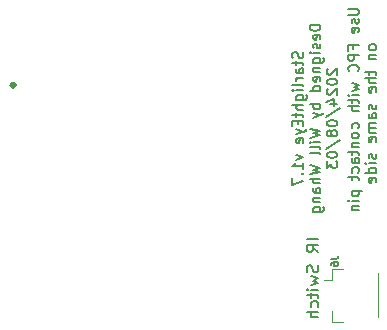
<source format=gbr>
G04 #@! TF.GenerationSoftware,KiCad,Pcbnew,8.0.4*
G04 #@! TF.CreationDate,2024-09-15T19:08:50-07:00*
G04 #@! TF.ProjectId,IMX585_MIPI_Breakout_v3,494d5835-3835-45f4-9d49-50495f427265,rev?*
G04 #@! TF.SameCoordinates,Original*
G04 #@! TF.FileFunction,Legend,Bot*
G04 #@! TF.FilePolarity,Positive*
%FSLAX46Y46*%
G04 Gerber Fmt 4.6, Leading zero omitted, Abs format (unit mm)*
G04 Created by KiCad (PCBNEW 8.0.4) date 2024-09-15 19:08:50*
%MOMM*%
%LPD*%
G01*
G04 APERTURE LIST*
%ADD10C,0.150000*%
%ADD11C,0.200000*%
%ADD12C,0.050000*%
%ADD13C,0.325000*%
G04 APERTURE END LIST*
D10*
X162554819Y-112564286D02*
X161554819Y-112564286D01*
X162554819Y-113611904D02*
X162078628Y-113278571D01*
X162554819Y-113040476D02*
X161554819Y-113040476D01*
X161554819Y-113040476D02*
X161554819Y-113421428D01*
X161554819Y-113421428D02*
X161602438Y-113516666D01*
X161602438Y-113516666D02*
X161650057Y-113564285D01*
X161650057Y-113564285D02*
X161745295Y-113611904D01*
X161745295Y-113611904D02*
X161888152Y-113611904D01*
X161888152Y-113611904D02*
X161983390Y-113564285D01*
X161983390Y-113564285D02*
X162031009Y-113516666D01*
X162031009Y-113516666D02*
X162078628Y-113421428D01*
X162078628Y-113421428D02*
X162078628Y-113040476D01*
X162507200Y-114754762D02*
X162554819Y-114897619D01*
X162554819Y-114897619D02*
X162554819Y-115135714D01*
X162554819Y-115135714D02*
X162507200Y-115230952D01*
X162507200Y-115230952D02*
X162459580Y-115278571D01*
X162459580Y-115278571D02*
X162364342Y-115326190D01*
X162364342Y-115326190D02*
X162269104Y-115326190D01*
X162269104Y-115326190D02*
X162173866Y-115278571D01*
X162173866Y-115278571D02*
X162126247Y-115230952D01*
X162126247Y-115230952D02*
X162078628Y-115135714D01*
X162078628Y-115135714D02*
X162031009Y-114945238D01*
X162031009Y-114945238D02*
X161983390Y-114850000D01*
X161983390Y-114850000D02*
X161935771Y-114802381D01*
X161935771Y-114802381D02*
X161840533Y-114754762D01*
X161840533Y-114754762D02*
X161745295Y-114754762D01*
X161745295Y-114754762D02*
X161650057Y-114802381D01*
X161650057Y-114802381D02*
X161602438Y-114850000D01*
X161602438Y-114850000D02*
X161554819Y-114945238D01*
X161554819Y-114945238D02*
X161554819Y-115183333D01*
X161554819Y-115183333D02*
X161602438Y-115326190D01*
X161888152Y-115659524D02*
X162554819Y-115850000D01*
X162554819Y-115850000D02*
X162078628Y-116040476D01*
X162078628Y-116040476D02*
X162554819Y-116230952D01*
X162554819Y-116230952D02*
X161888152Y-116421428D01*
X162554819Y-116802381D02*
X161888152Y-116802381D01*
X161554819Y-116802381D02*
X161602438Y-116754762D01*
X161602438Y-116754762D02*
X161650057Y-116802381D01*
X161650057Y-116802381D02*
X161602438Y-116850000D01*
X161602438Y-116850000D02*
X161554819Y-116802381D01*
X161554819Y-116802381D02*
X161650057Y-116802381D01*
X161888152Y-117135714D02*
X161888152Y-117516666D01*
X161554819Y-117278571D02*
X162411961Y-117278571D01*
X162411961Y-117278571D02*
X162507200Y-117326190D01*
X162507200Y-117326190D02*
X162554819Y-117421428D01*
X162554819Y-117421428D02*
X162554819Y-117516666D01*
X162507200Y-118278571D02*
X162554819Y-118183333D01*
X162554819Y-118183333D02*
X162554819Y-117992857D01*
X162554819Y-117992857D02*
X162507200Y-117897619D01*
X162507200Y-117897619D02*
X162459580Y-117850000D01*
X162459580Y-117850000D02*
X162364342Y-117802381D01*
X162364342Y-117802381D02*
X162078628Y-117802381D01*
X162078628Y-117802381D02*
X161983390Y-117850000D01*
X161983390Y-117850000D02*
X161935771Y-117897619D01*
X161935771Y-117897619D02*
X161888152Y-117992857D01*
X161888152Y-117992857D02*
X161888152Y-118183333D01*
X161888152Y-118183333D02*
X161935771Y-118278571D01*
X162554819Y-118707143D02*
X161554819Y-118707143D01*
X162554819Y-119135714D02*
X162031009Y-119135714D01*
X162031009Y-119135714D02*
X161935771Y-119088095D01*
X161935771Y-119088095D02*
X161888152Y-118992857D01*
X161888152Y-118992857D02*
X161888152Y-118850000D01*
X161888152Y-118850000D02*
X161935771Y-118754762D01*
X161935771Y-118754762D02*
X161983390Y-118707143D01*
D11*
X165081482Y-93007142D02*
X165810053Y-93007142D01*
X165810053Y-93007142D02*
X165895767Y-93049999D01*
X165895767Y-93049999D02*
X165938625Y-93092857D01*
X165938625Y-93092857D02*
X165981482Y-93178571D01*
X165981482Y-93178571D02*
X165981482Y-93349999D01*
X165981482Y-93349999D02*
X165938625Y-93435714D01*
X165938625Y-93435714D02*
X165895767Y-93478571D01*
X165895767Y-93478571D02*
X165810053Y-93521428D01*
X165810053Y-93521428D02*
X165081482Y-93521428D01*
X165938625Y-93907142D02*
X165981482Y-93992856D01*
X165981482Y-93992856D02*
X165981482Y-94164285D01*
X165981482Y-94164285D02*
X165938625Y-94249999D01*
X165938625Y-94249999D02*
X165852910Y-94292856D01*
X165852910Y-94292856D02*
X165810053Y-94292856D01*
X165810053Y-94292856D02*
X165724339Y-94249999D01*
X165724339Y-94249999D02*
X165681482Y-94164285D01*
X165681482Y-94164285D02*
X165681482Y-94035714D01*
X165681482Y-94035714D02*
X165638625Y-93949999D01*
X165638625Y-93949999D02*
X165552910Y-93907142D01*
X165552910Y-93907142D02*
X165510053Y-93907142D01*
X165510053Y-93907142D02*
X165424339Y-93949999D01*
X165424339Y-93949999D02*
X165381482Y-94035714D01*
X165381482Y-94035714D02*
X165381482Y-94164285D01*
X165381482Y-94164285D02*
X165424339Y-94249999D01*
X165938625Y-95021427D02*
X165981482Y-94935713D01*
X165981482Y-94935713D02*
X165981482Y-94764285D01*
X165981482Y-94764285D02*
X165938625Y-94678570D01*
X165938625Y-94678570D02*
X165852910Y-94635713D01*
X165852910Y-94635713D02*
X165510053Y-94635713D01*
X165510053Y-94635713D02*
X165424339Y-94678570D01*
X165424339Y-94678570D02*
X165381482Y-94764285D01*
X165381482Y-94764285D02*
X165381482Y-94935713D01*
X165381482Y-94935713D02*
X165424339Y-95021427D01*
X165424339Y-95021427D02*
X165510053Y-95064285D01*
X165510053Y-95064285D02*
X165595767Y-95064285D01*
X165595767Y-95064285D02*
X165681482Y-94635713D01*
X165510053Y-96435713D02*
X165510053Y-96135713D01*
X165981482Y-96135713D02*
X165081482Y-96135713D01*
X165081482Y-96135713D02*
X165081482Y-96564285D01*
X165981482Y-96907142D02*
X165081482Y-96907142D01*
X165081482Y-96907142D02*
X165081482Y-97249999D01*
X165081482Y-97249999D02*
X165124339Y-97335714D01*
X165124339Y-97335714D02*
X165167196Y-97378571D01*
X165167196Y-97378571D02*
X165252910Y-97421428D01*
X165252910Y-97421428D02*
X165381482Y-97421428D01*
X165381482Y-97421428D02*
X165467196Y-97378571D01*
X165467196Y-97378571D02*
X165510053Y-97335714D01*
X165510053Y-97335714D02*
X165552910Y-97249999D01*
X165552910Y-97249999D02*
X165552910Y-96907142D01*
X165895767Y-98321428D02*
X165938625Y-98278571D01*
X165938625Y-98278571D02*
X165981482Y-98149999D01*
X165981482Y-98149999D02*
X165981482Y-98064285D01*
X165981482Y-98064285D02*
X165938625Y-97935714D01*
X165938625Y-97935714D02*
X165852910Y-97849999D01*
X165852910Y-97849999D02*
X165767196Y-97807142D01*
X165767196Y-97807142D02*
X165595767Y-97764285D01*
X165595767Y-97764285D02*
X165467196Y-97764285D01*
X165467196Y-97764285D02*
X165295767Y-97807142D01*
X165295767Y-97807142D02*
X165210053Y-97849999D01*
X165210053Y-97849999D02*
X165124339Y-97935714D01*
X165124339Y-97935714D02*
X165081482Y-98064285D01*
X165081482Y-98064285D02*
X165081482Y-98149999D01*
X165081482Y-98149999D02*
X165124339Y-98278571D01*
X165124339Y-98278571D02*
X165167196Y-98321428D01*
X165381482Y-99307142D02*
X165981482Y-99478571D01*
X165981482Y-99478571D02*
X165552910Y-99649999D01*
X165552910Y-99649999D02*
X165981482Y-99821428D01*
X165981482Y-99821428D02*
X165381482Y-99992856D01*
X165981482Y-100335713D02*
X165381482Y-100335713D01*
X165081482Y-100335713D02*
X165124339Y-100292856D01*
X165124339Y-100292856D02*
X165167196Y-100335713D01*
X165167196Y-100335713D02*
X165124339Y-100378570D01*
X165124339Y-100378570D02*
X165081482Y-100335713D01*
X165081482Y-100335713D02*
X165167196Y-100335713D01*
X165381482Y-100635713D02*
X165381482Y-100978570D01*
X165081482Y-100764284D02*
X165852910Y-100764284D01*
X165852910Y-100764284D02*
X165938625Y-100807141D01*
X165938625Y-100807141D02*
X165981482Y-100892856D01*
X165981482Y-100892856D02*
X165981482Y-100978570D01*
X165981482Y-101278570D02*
X165081482Y-101278570D01*
X165981482Y-101664285D02*
X165510053Y-101664285D01*
X165510053Y-101664285D02*
X165424339Y-101621427D01*
X165424339Y-101621427D02*
X165381482Y-101535713D01*
X165381482Y-101535713D02*
X165381482Y-101407142D01*
X165381482Y-101407142D02*
X165424339Y-101321427D01*
X165424339Y-101321427D02*
X165467196Y-101278570D01*
X165938625Y-103164285D02*
X165981482Y-103078570D01*
X165981482Y-103078570D02*
X165981482Y-102907142D01*
X165981482Y-102907142D02*
X165938625Y-102821427D01*
X165938625Y-102821427D02*
X165895767Y-102778570D01*
X165895767Y-102778570D02*
X165810053Y-102735713D01*
X165810053Y-102735713D02*
X165552910Y-102735713D01*
X165552910Y-102735713D02*
X165467196Y-102778570D01*
X165467196Y-102778570D02*
X165424339Y-102821427D01*
X165424339Y-102821427D02*
X165381482Y-102907142D01*
X165381482Y-102907142D02*
X165381482Y-103078570D01*
X165381482Y-103078570D02*
X165424339Y-103164285D01*
X165981482Y-103678571D02*
X165938625Y-103592856D01*
X165938625Y-103592856D02*
X165895767Y-103549999D01*
X165895767Y-103549999D02*
X165810053Y-103507142D01*
X165810053Y-103507142D02*
X165552910Y-103507142D01*
X165552910Y-103507142D02*
X165467196Y-103549999D01*
X165467196Y-103549999D02*
X165424339Y-103592856D01*
X165424339Y-103592856D02*
X165381482Y-103678571D01*
X165381482Y-103678571D02*
X165381482Y-103807142D01*
X165381482Y-103807142D02*
X165424339Y-103892856D01*
X165424339Y-103892856D02*
X165467196Y-103935714D01*
X165467196Y-103935714D02*
X165552910Y-103978571D01*
X165552910Y-103978571D02*
X165810053Y-103978571D01*
X165810053Y-103978571D02*
X165895767Y-103935714D01*
X165895767Y-103935714D02*
X165938625Y-103892856D01*
X165938625Y-103892856D02*
X165981482Y-103807142D01*
X165981482Y-103807142D02*
X165981482Y-103678571D01*
X165381482Y-104364285D02*
X165981482Y-104364285D01*
X165467196Y-104364285D02*
X165424339Y-104407142D01*
X165424339Y-104407142D02*
X165381482Y-104492857D01*
X165381482Y-104492857D02*
X165381482Y-104621428D01*
X165381482Y-104621428D02*
X165424339Y-104707142D01*
X165424339Y-104707142D02*
X165510053Y-104750000D01*
X165510053Y-104750000D02*
X165981482Y-104750000D01*
X165381482Y-105050000D02*
X165381482Y-105392857D01*
X165081482Y-105178571D02*
X165852910Y-105178571D01*
X165852910Y-105178571D02*
X165938625Y-105221428D01*
X165938625Y-105221428D02*
X165981482Y-105307143D01*
X165981482Y-105307143D02*
X165981482Y-105392857D01*
X165981482Y-106078572D02*
X165510053Y-106078572D01*
X165510053Y-106078572D02*
X165424339Y-106035714D01*
X165424339Y-106035714D02*
X165381482Y-105950000D01*
X165381482Y-105950000D02*
X165381482Y-105778572D01*
X165381482Y-105778572D02*
X165424339Y-105692857D01*
X165938625Y-106078572D02*
X165981482Y-105992857D01*
X165981482Y-105992857D02*
X165981482Y-105778572D01*
X165981482Y-105778572D02*
X165938625Y-105692857D01*
X165938625Y-105692857D02*
X165852910Y-105650000D01*
X165852910Y-105650000D02*
X165767196Y-105650000D01*
X165767196Y-105650000D02*
X165681482Y-105692857D01*
X165681482Y-105692857D02*
X165638625Y-105778572D01*
X165638625Y-105778572D02*
X165638625Y-105992857D01*
X165638625Y-105992857D02*
X165595767Y-106078572D01*
X165938625Y-106892858D02*
X165981482Y-106807143D01*
X165981482Y-106807143D02*
X165981482Y-106635715D01*
X165981482Y-106635715D02*
X165938625Y-106550000D01*
X165938625Y-106550000D02*
X165895767Y-106507143D01*
X165895767Y-106507143D02*
X165810053Y-106464286D01*
X165810053Y-106464286D02*
X165552910Y-106464286D01*
X165552910Y-106464286D02*
X165467196Y-106507143D01*
X165467196Y-106507143D02*
X165424339Y-106550000D01*
X165424339Y-106550000D02*
X165381482Y-106635715D01*
X165381482Y-106635715D02*
X165381482Y-106807143D01*
X165381482Y-106807143D02*
X165424339Y-106892858D01*
X165381482Y-107150001D02*
X165381482Y-107492858D01*
X165081482Y-107278572D02*
X165852910Y-107278572D01*
X165852910Y-107278572D02*
X165938625Y-107321429D01*
X165938625Y-107321429D02*
X165981482Y-107407144D01*
X165981482Y-107407144D02*
X165981482Y-107492858D01*
X165381482Y-108478572D02*
X166281482Y-108478572D01*
X165424339Y-108478572D02*
X165381482Y-108564287D01*
X165381482Y-108564287D02*
X165381482Y-108735715D01*
X165381482Y-108735715D02*
X165424339Y-108821429D01*
X165424339Y-108821429D02*
X165467196Y-108864287D01*
X165467196Y-108864287D02*
X165552910Y-108907144D01*
X165552910Y-108907144D02*
X165810053Y-108907144D01*
X165810053Y-108907144D02*
X165895767Y-108864287D01*
X165895767Y-108864287D02*
X165938625Y-108821429D01*
X165938625Y-108821429D02*
X165981482Y-108735715D01*
X165981482Y-108735715D02*
X165981482Y-108564287D01*
X165981482Y-108564287D02*
X165938625Y-108478572D01*
X165981482Y-109292858D02*
X165381482Y-109292858D01*
X165081482Y-109292858D02*
X165124339Y-109250001D01*
X165124339Y-109250001D02*
X165167196Y-109292858D01*
X165167196Y-109292858D02*
X165124339Y-109335715D01*
X165124339Y-109335715D02*
X165081482Y-109292858D01*
X165081482Y-109292858D02*
X165167196Y-109292858D01*
X165381482Y-109721429D02*
X165981482Y-109721429D01*
X165467196Y-109721429D02*
X165424339Y-109764286D01*
X165424339Y-109764286D02*
X165381482Y-109850001D01*
X165381482Y-109850001D02*
X165381482Y-109978572D01*
X165381482Y-109978572D02*
X165424339Y-110064286D01*
X165424339Y-110064286D02*
X165510053Y-110107144D01*
X165510053Y-110107144D02*
X165981482Y-110107144D01*
X167430432Y-96221428D02*
X167387575Y-96135713D01*
X167387575Y-96135713D02*
X167344717Y-96092856D01*
X167344717Y-96092856D02*
X167259003Y-96049999D01*
X167259003Y-96049999D02*
X167001860Y-96049999D01*
X167001860Y-96049999D02*
X166916146Y-96092856D01*
X166916146Y-96092856D02*
X166873289Y-96135713D01*
X166873289Y-96135713D02*
X166830432Y-96221428D01*
X166830432Y-96221428D02*
X166830432Y-96349999D01*
X166830432Y-96349999D02*
X166873289Y-96435713D01*
X166873289Y-96435713D02*
X166916146Y-96478571D01*
X166916146Y-96478571D02*
X167001860Y-96521428D01*
X167001860Y-96521428D02*
X167259003Y-96521428D01*
X167259003Y-96521428D02*
X167344717Y-96478571D01*
X167344717Y-96478571D02*
X167387575Y-96435713D01*
X167387575Y-96435713D02*
X167430432Y-96349999D01*
X167430432Y-96349999D02*
X167430432Y-96221428D01*
X166830432Y-96907142D02*
X167430432Y-96907142D01*
X166916146Y-96907142D02*
X166873289Y-96949999D01*
X166873289Y-96949999D02*
X166830432Y-97035714D01*
X166830432Y-97035714D02*
X166830432Y-97164285D01*
X166830432Y-97164285D02*
X166873289Y-97249999D01*
X166873289Y-97249999D02*
X166959003Y-97292857D01*
X166959003Y-97292857D02*
X167430432Y-97292857D01*
X166830432Y-98278571D02*
X166830432Y-98621428D01*
X166530432Y-98407142D02*
X167301860Y-98407142D01*
X167301860Y-98407142D02*
X167387575Y-98449999D01*
X167387575Y-98449999D02*
X167430432Y-98535714D01*
X167430432Y-98535714D02*
X167430432Y-98621428D01*
X167430432Y-98921428D02*
X166530432Y-98921428D01*
X167430432Y-99307143D02*
X166959003Y-99307143D01*
X166959003Y-99307143D02*
X166873289Y-99264285D01*
X166873289Y-99264285D02*
X166830432Y-99178571D01*
X166830432Y-99178571D02*
X166830432Y-99050000D01*
X166830432Y-99050000D02*
X166873289Y-98964285D01*
X166873289Y-98964285D02*
X166916146Y-98921428D01*
X167387575Y-100078571D02*
X167430432Y-99992857D01*
X167430432Y-99992857D02*
X167430432Y-99821429D01*
X167430432Y-99821429D02*
X167387575Y-99735714D01*
X167387575Y-99735714D02*
X167301860Y-99692857D01*
X167301860Y-99692857D02*
X166959003Y-99692857D01*
X166959003Y-99692857D02*
X166873289Y-99735714D01*
X166873289Y-99735714D02*
X166830432Y-99821429D01*
X166830432Y-99821429D02*
X166830432Y-99992857D01*
X166830432Y-99992857D02*
X166873289Y-100078571D01*
X166873289Y-100078571D02*
X166959003Y-100121429D01*
X166959003Y-100121429D02*
X167044717Y-100121429D01*
X167044717Y-100121429D02*
X167130432Y-99692857D01*
X167387575Y-101150000D02*
X167430432Y-101235714D01*
X167430432Y-101235714D02*
X167430432Y-101407143D01*
X167430432Y-101407143D02*
X167387575Y-101492857D01*
X167387575Y-101492857D02*
X167301860Y-101535714D01*
X167301860Y-101535714D02*
X167259003Y-101535714D01*
X167259003Y-101535714D02*
X167173289Y-101492857D01*
X167173289Y-101492857D02*
X167130432Y-101407143D01*
X167130432Y-101407143D02*
X167130432Y-101278572D01*
X167130432Y-101278572D02*
X167087575Y-101192857D01*
X167087575Y-101192857D02*
X167001860Y-101150000D01*
X167001860Y-101150000D02*
X166959003Y-101150000D01*
X166959003Y-101150000D02*
X166873289Y-101192857D01*
X166873289Y-101192857D02*
X166830432Y-101278572D01*
X166830432Y-101278572D02*
X166830432Y-101407143D01*
X166830432Y-101407143D02*
X166873289Y-101492857D01*
X167430432Y-102307143D02*
X166959003Y-102307143D01*
X166959003Y-102307143D02*
X166873289Y-102264285D01*
X166873289Y-102264285D02*
X166830432Y-102178571D01*
X166830432Y-102178571D02*
X166830432Y-102007143D01*
X166830432Y-102007143D02*
X166873289Y-101921428D01*
X167387575Y-102307143D02*
X167430432Y-102221428D01*
X167430432Y-102221428D02*
X167430432Y-102007143D01*
X167430432Y-102007143D02*
X167387575Y-101921428D01*
X167387575Y-101921428D02*
X167301860Y-101878571D01*
X167301860Y-101878571D02*
X167216146Y-101878571D01*
X167216146Y-101878571D02*
X167130432Y-101921428D01*
X167130432Y-101921428D02*
X167087575Y-102007143D01*
X167087575Y-102007143D02*
X167087575Y-102221428D01*
X167087575Y-102221428D02*
X167044717Y-102307143D01*
X167430432Y-102735714D02*
X166830432Y-102735714D01*
X166916146Y-102735714D02*
X166873289Y-102778571D01*
X166873289Y-102778571D02*
X166830432Y-102864286D01*
X166830432Y-102864286D02*
X166830432Y-102992857D01*
X166830432Y-102992857D02*
X166873289Y-103078571D01*
X166873289Y-103078571D02*
X166959003Y-103121429D01*
X166959003Y-103121429D02*
X167430432Y-103121429D01*
X166959003Y-103121429D02*
X166873289Y-103164286D01*
X166873289Y-103164286D02*
X166830432Y-103250000D01*
X166830432Y-103250000D02*
X166830432Y-103378571D01*
X166830432Y-103378571D02*
X166873289Y-103464286D01*
X166873289Y-103464286D02*
X166959003Y-103507143D01*
X166959003Y-103507143D02*
X167430432Y-103507143D01*
X167387575Y-104278571D02*
X167430432Y-104192857D01*
X167430432Y-104192857D02*
X167430432Y-104021429D01*
X167430432Y-104021429D02*
X167387575Y-103935714D01*
X167387575Y-103935714D02*
X167301860Y-103892857D01*
X167301860Y-103892857D02*
X166959003Y-103892857D01*
X166959003Y-103892857D02*
X166873289Y-103935714D01*
X166873289Y-103935714D02*
X166830432Y-104021429D01*
X166830432Y-104021429D02*
X166830432Y-104192857D01*
X166830432Y-104192857D02*
X166873289Y-104278571D01*
X166873289Y-104278571D02*
X166959003Y-104321429D01*
X166959003Y-104321429D02*
X167044717Y-104321429D01*
X167044717Y-104321429D02*
X167130432Y-103892857D01*
X167387575Y-105350000D02*
X167430432Y-105435714D01*
X167430432Y-105435714D02*
X167430432Y-105607143D01*
X167430432Y-105607143D02*
X167387575Y-105692857D01*
X167387575Y-105692857D02*
X167301860Y-105735714D01*
X167301860Y-105735714D02*
X167259003Y-105735714D01*
X167259003Y-105735714D02*
X167173289Y-105692857D01*
X167173289Y-105692857D02*
X167130432Y-105607143D01*
X167130432Y-105607143D02*
X167130432Y-105478572D01*
X167130432Y-105478572D02*
X167087575Y-105392857D01*
X167087575Y-105392857D02*
X167001860Y-105350000D01*
X167001860Y-105350000D02*
X166959003Y-105350000D01*
X166959003Y-105350000D02*
X166873289Y-105392857D01*
X166873289Y-105392857D02*
X166830432Y-105478572D01*
X166830432Y-105478572D02*
X166830432Y-105607143D01*
X166830432Y-105607143D02*
X166873289Y-105692857D01*
X167430432Y-106121428D02*
X166830432Y-106121428D01*
X166530432Y-106121428D02*
X166573289Y-106078571D01*
X166573289Y-106078571D02*
X166616146Y-106121428D01*
X166616146Y-106121428D02*
X166573289Y-106164285D01*
X166573289Y-106164285D02*
X166530432Y-106121428D01*
X166530432Y-106121428D02*
X166616146Y-106121428D01*
X167430432Y-106935714D02*
X166530432Y-106935714D01*
X167387575Y-106935714D02*
X167430432Y-106849999D01*
X167430432Y-106849999D02*
X167430432Y-106678571D01*
X167430432Y-106678571D02*
X167387575Y-106592856D01*
X167387575Y-106592856D02*
X167344717Y-106549999D01*
X167344717Y-106549999D02*
X167259003Y-106507142D01*
X167259003Y-106507142D02*
X167001860Y-106507142D01*
X167001860Y-106507142D02*
X166916146Y-106549999D01*
X166916146Y-106549999D02*
X166873289Y-106592856D01*
X166873289Y-106592856D02*
X166830432Y-106678571D01*
X166830432Y-106678571D02*
X166830432Y-106849999D01*
X166830432Y-106849999D02*
X166873289Y-106935714D01*
X167387575Y-107707142D02*
X167430432Y-107621428D01*
X167430432Y-107621428D02*
X167430432Y-107450000D01*
X167430432Y-107450000D02*
X167387575Y-107364285D01*
X167387575Y-107364285D02*
X167301860Y-107321428D01*
X167301860Y-107321428D02*
X166959003Y-107321428D01*
X166959003Y-107321428D02*
X166873289Y-107364285D01*
X166873289Y-107364285D02*
X166830432Y-107450000D01*
X166830432Y-107450000D02*
X166830432Y-107621428D01*
X166830432Y-107621428D02*
X166873289Y-107707142D01*
X166873289Y-107707142D02*
X166959003Y-107750000D01*
X166959003Y-107750000D02*
X167044717Y-107750000D01*
X167044717Y-107750000D02*
X167130432Y-107321428D01*
X161214150Y-96685713D02*
X161257007Y-96814285D01*
X161257007Y-96814285D02*
X161257007Y-97028570D01*
X161257007Y-97028570D02*
X161214150Y-97114285D01*
X161214150Y-97114285D02*
X161171292Y-97157142D01*
X161171292Y-97157142D02*
X161085578Y-97199999D01*
X161085578Y-97199999D02*
X160999864Y-97199999D01*
X160999864Y-97199999D02*
X160914150Y-97157142D01*
X160914150Y-97157142D02*
X160871292Y-97114285D01*
X160871292Y-97114285D02*
X160828435Y-97028570D01*
X160828435Y-97028570D02*
X160785578Y-96857142D01*
X160785578Y-96857142D02*
X160742721Y-96771427D01*
X160742721Y-96771427D02*
X160699864Y-96728570D01*
X160699864Y-96728570D02*
X160614150Y-96685713D01*
X160614150Y-96685713D02*
X160528435Y-96685713D01*
X160528435Y-96685713D02*
X160442721Y-96728570D01*
X160442721Y-96728570D02*
X160399864Y-96771427D01*
X160399864Y-96771427D02*
X160357007Y-96857142D01*
X160357007Y-96857142D02*
X160357007Y-97071427D01*
X160357007Y-97071427D02*
X160399864Y-97199999D01*
X160657007Y-97457142D02*
X160657007Y-97799999D01*
X160357007Y-97585713D02*
X161128435Y-97585713D01*
X161128435Y-97585713D02*
X161214150Y-97628570D01*
X161214150Y-97628570D02*
X161257007Y-97714285D01*
X161257007Y-97714285D02*
X161257007Y-97799999D01*
X161257007Y-98485714D02*
X160785578Y-98485714D01*
X160785578Y-98485714D02*
X160699864Y-98442856D01*
X160699864Y-98442856D02*
X160657007Y-98357142D01*
X160657007Y-98357142D02*
X160657007Y-98185714D01*
X160657007Y-98185714D02*
X160699864Y-98099999D01*
X161214150Y-98485714D02*
X161257007Y-98399999D01*
X161257007Y-98399999D02*
X161257007Y-98185714D01*
X161257007Y-98185714D02*
X161214150Y-98099999D01*
X161214150Y-98099999D02*
X161128435Y-98057142D01*
X161128435Y-98057142D02*
X161042721Y-98057142D01*
X161042721Y-98057142D02*
X160957007Y-98099999D01*
X160957007Y-98099999D02*
X160914150Y-98185714D01*
X160914150Y-98185714D02*
X160914150Y-98399999D01*
X160914150Y-98399999D02*
X160871292Y-98485714D01*
X161257007Y-98914285D02*
X160657007Y-98914285D01*
X160828435Y-98914285D02*
X160742721Y-98957142D01*
X160742721Y-98957142D02*
X160699864Y-99000000D01*
X160699864Y-99000000D02*
X160657007Y-99085714D01*
X160657007Y-99085714D02*
X160657007Y-99171428D01*
X161257007Y-99600000D02*
X161214150Y-99514285D01*
X161214150Y-99514285D02*
X161128435Y-99471428D01*
X161128435Y-99471428D02*
X160357007Y-99471428D01*
X161257007Y-99942857D02*
X160657007Y-99942857D01*
X160357007Y-99942857D02*
X160399864Y-99900000D01*
X160399864Y-99900000D02*
X160442721Y-99942857D01*
X160442721Y-99942857D02*
X160399864Y-99985714D01*
X160399864Y-99985714D02*
X160357007Y-99942857D01*
X160357007Y-99942857D02*
X160442721Y-99942857D01*
X160657007Y-100757143D02*
X161385578Y-100757143D01*
X161385578Y-100757143D02*
X161471292Y-100714285D01*
X161471292Y-100714285D02*
X161514150Y-100671428D01*
X161514150Y-100671428D02*
X161557007Y-100585714D01*
X161557007Y-100585714D02*
X161557007Y-100457143D01*
X161557007Y-100457143D02*
X161514150Y-100371428D01*
X161214150Y-100757143D02*
X161257007Y-100671428D01*
X161257007Y-100671428D02*
X161257007Y-100500000D01*
X161257007Y-100500000D02*
X161214150Y-100414285D01*
X161214150Y-100414285D02*
X161171292Y-100371428D01*
X161171292Y-100371428D02*
X161085578Y-100328571D01*
X161085578Y-100328571D02*
X160828435Y-100328571D01*
X160828435Y-100328571D02*
X160742721Y-100371428D01*
X160742721Y-100371428D02*
X160699864Y-100414285D01*
X160699864Y-100414285D02*
X160657007Y-100500000D01*
X160657007Y-100500000D02*
X160657007Y-100671428D01*
X160657007Y-100671428D02*
X160699864Y-100757143D01*
X161257007Y-101185714D02*
X160357007Y-101185714D01*
X161257007Y-101571429D02*
X160785578Y-101571429D01*
X160785578Y-101571429D02*
X160699864Y-101528571D01*
X160699864Y-101528571D02*
X160657007Y-101442857D01*
X160657007Y-101442857D02*
X160657007Y-101314286D01*
X160657007Y-101314286D02*
X160699864Y-101228571D01*
X160699864Y-101228571D02*
X160742721Y-101185714D01*
X160657007Y-101871429D02*
X160657007Y-102214286D01*
X160357007Y-102000000D02*
X161128435Y-102000000D01*
X161128435Y-102000000D02*
X161214150Y-102042857D01*
X161214150Y-102042857D02*
X161257007Y-102128572D01*
X161257007Y-102128572D02*
X161257007Y-102214286D01*
X160785578Y-102514286D02*
X160785578Y-102814286D01*
X161257007Y-102942858D02*
X161257007Y-102514286D01*
X161257007Y-102514286D02*
X160357007Y-102514286D01*
X160357007Y-102514286D02*
X160357007Y-102942858D01*
X160657007Y-103242858D02*
X161257007Y-103457144D01*
X160657007Y-103671429D02*
X161257007Y-103457144D01*
X161257007Y-103457144D02*
X161471292Y-103371429D01*
X161471292Y-103371429D02*
X161514150Y-103328572D01*
X161514150Y-103328572D02*
X161557007Y-103242858D01*
X161214150Y-104357143D02*
X161257007Y-104271429D01*
X161257007Y-104271429D02*
X161257007Y-104100001D01*
X161257007Y-104100001D02*
X161214150Y-104014286D01*
X161214150Y-104014286D02*
X161128435Y-103971429D01*
X161128435Y-103971429D02*
X160785578Y-103971429D01*
X160785578Y-103971429D02*
X160699864Y-104014286D01*
X160699864Y-104014286D02*
X160657007Y-104100001D01*
X160657007Y-104100001D02*
X160657007Y-104271429D01*
X160657007Y-104271429D02*
X160699864Y-104357143D01*
X160699864Y-104357143D02*
X160785578Y-104400001D01*
X160785578Y-104400001D02*
X160871292Y-104400001D01*
X160871292Y-104400001D02*
X160957007Y-103971429D01*
X160657007Y-105385715D02*
X161257007Y-105600001D01*
X161257007Y-105600001D02*
X160657007Y-105814286D01*
X161257007Y-106628572D02*
X161257007Y-106114286D01*
X161257007Y-106371429D02*
X160357007Y-106371429D01*
X160357007Y-106371429D02*
X160485578Y-106285715D01*
X160485578Y-106285715D02*
X160571292Y-106200000D01*
X160571292Y-106200000D02*
X160614150Y-106114286D01*
X161171292Y-107014286D02*
X161214150Y-107057143D01*
X161214150Y-107057143D02*
X161257007Y-107014286D01*
X161257007Y-107014286D02*
X161214150Y-106971429D01*
X161214150Y-106971429D02*
X161171292Y-107014286D01*
X161171292Y-107014286D02*
X161257007Y-107014286D01*
X160357007Y-107357143D02*
X160357007Y-107957143D01*
X160357007Y-107957143D02*
X161257007Y-107571429D01*
X162705957Y-94371428D02*
X161805957Y-94371428D01*
X161805957Y-94371428D02*
X161805957Y-94585714D01*
X161805957Y-94585714D02*
X161848814Y-94714285D01*
X161848814Y-94714285D02*
X161934528Y-94800000D01*
X161934528Y-94800000D02*
X162020242Y-94842857D01*
X162020242Y-94842857D02*
X162191671Y-94885714D01*
X162191671Y-94885714D02*
X162320242Y-94885714D01*
X162320242Y-94885714D02*
X162491671Y-94842857D01*
X162491671Y-94842857D02*
X162577385Y-94800000D01*
X162577385Y-94800000D02*
X162663100Y-94714285D01*
X162663100Y-94714285D02*
X162705957Y-94585714D01*
X162705957Y-94585714D02*
X162705957Y-94371428D01*
X162663100Y-95614285D02*
X162705957Y-95528571D01*
X162705957Y-95528571D02*
X162705957Y-95357143D01*
X162705957Y-95357143D02*
X162663100Y-95271428D01*
X162663100Y-95271428D02*
X162577385Y-95228571D01*
X162577385Y-95228571D02*
X162234528Y-95228571D01*
X162234528Y-95228571D02*
X162148814Y-95271428D01*
X162148814Y-95271428D02*
X162105957Y-95357143D01*
X162105957Y-95357143D02*
X162105957Y-95528571D01*
X162105957Y-95528571D02*
X162148814Y-95614285D01*
X162148814Y-95614285D02*
X162234528Y-95657143D01*
X162234528Y-95657143D02*
X162320242Y-95657143D01*
X162320242Y-95657143D02*
X162405957Y-95228571D01*
X162663100Y-96000000D02*
X162705957Y-96085714D01*
X162705957Y-96085714D02*
X162705957Y-96257143D01*
X162705957Y-96257143D02*
X162663100Y-96342857D01*
X162663100Y-96342857D02*
X162577385Y-96385714D01*
X162577385Y-96385714D02*
X162534528Y-96385714D01*
X162534528Y-96385714D02*
X162448814Y-96342857D01*
X162448814Y-96342857D02*
X162405957Y-96257143D01*
X162405957Y-96257143D02*
X162405957Y-96128572D01*
X162405957Y-96128572D02*
X162363100Y-96042857D01*
X162363100Y-96042857D02*
X162277385Y-96000000D01*
X162277385Y-96000000D02*
X162234528Y-96000000D01*
X162234528Y-96000000D02*
X162148814Y-96042857D01*
X162148814Y-96042857D02*
X162105957Y-96128572D01*
X162105957Y-96128572D02*
X162105957Y-96257143D01*
X162105957Y-96257143D02*
X162148814Y-96342857D01*
X162705957Y-96771428D02*
X162105957Y-96771428D01*
X161805957Y-96771428D02*
X161848814Y-96728571D01*
X161848814Y-96728571D02*
X161891671Y-96771428D01*
X161891671Y-96771428D02*
X161848814Y-96814285D01*
X161848814Y-96814285D02*
X161805957Y-96771428D01*
X161805957Y-96771428D02*
X161891671Y-96771428D01*
X162105957Y-97585714D02*
X162834528Y-97585714D01*
X162834528Y-97585714D02*
X162920242Y-97542856D01*
X162920242Y-97542856D02*
X162963100Y-97499999D01*
X162963100Y-97499999D02*
X163005957Y-97414285D01*
X163005957Y-97414285D02*
X163005957Y-97285714D01*
X163005957Y-97285714D02*
X162963100Y-97199999D01*
X162663100Y-97585714D02*
X162705957Y-97499999D01*
X162705957Y-97499999D02*
X162705957Y-97328571D01*
X162705957Y-97328571D02*
X162663100Y-97242856D01*
X162663100Y-97242856D02*
X162620242Y-97199999D01*
X162620242Y-97199999D02*
X162534528Y-97157142D01*
X162534528Y-97157142D02*
X162277385Y-97157142D01*
X162277385Y-97157142D02*
X162191671Y-97199999D01*
X162191671Y-97199999D02*
X162148814Y-97242856D01*
X162148814Y-97242856D02*
X162105957Y-97328571D01*
X162105957Y-97328571D02*
X162105957Y-97499999D01*
X162105957Y-97499999D02*
X162148814Y-97585714D01*
X162105957Y-98014285D02*
X162705957Y-98014285D01*
X162191671Y-98014285D02*
X162148814Y-98057142D01*
X162148814Y-98057142D02*
X162105957Y-98142857D01*
X162105957Y-98142857D02*
X162105957Y-98271428D01*
X162105957Y-98271428D02*
X162148814Y-98357142D01*
X162148814Y-98357142D02*
X162234528Y-98400000D01*
X162234528Y-98400000D02*
X162705957Y-98400000D01*
X162663100Y-99171428D02*
X162705957Y-99085714D01*
X162705957Y-99085714D02*
X162705957Y-98914286D01*
X162705957Y-98914286D02*
X162663100Y-98828571D01*
X162663100Y-98828571D02*
X162577385Y-98785714D01*
X162577385Y-98785714D02*
X162234528Y-98785714D01*
X162234528Y-98785714D02*
X162148814Y-98828571D01*
X162148814Y-98828571D02*
X162105957Y-98914286D01*
X162105957Y-98914286D02*
X162105957Y-99085714D01*
X162105957Y-99085714D02*
X162148814Y-99171428D01*
X162148814Y-99171428D02*
X162234528Y-99214286D01*
X162234528Y-99214286D02*
X162320242Y-99214286D01*
X162320242Y-99214286D02*
X162405957Y-98785714D01*
X162705957Y-99985715D02*
X161805957Y-99985715D01*
X162663100Y-99985715D02*
X162705957Y-99900000D01*
X162705957Y-99900000D02*
X162705957Y-99728572D01*
X162705957Y-99728572D02*
X162663100Y-99642857D01*
X162663100Y-99642857D02*
X162620242Y-99600000D01*
X162620242Y-99600000D02*
X162534528Y-99557143D01*
X162534528Y-99557143D02*
X162277385Y-99557143D01*
X162277385Y-99557143D02*
X162191671Y-99600000D01*
X162191671Y-99600000D02*
X162148814Y-99642857D01*
X162148814Y-99642857D02*
X162105957Y-99728572D01*
X162105957Y-99728572D02*
X162105957Y-99900000D01*
X162105957Y-99900000D02*
X162148814Y-99985715D01*
X162705957Y-101100000D02*
X161805957Y-101100000D01*
X162148814Y-101100000D02*
X162105957Y-101185715D01*
X162105957Y-101185715D02*
X162105957Y-101357143D01*
X162105957Y-101357143D02*
X162148814Y-101442857D01*
X162148814Y-101442857D02*
X162191671Y-101485715D01*
X162191671Y-101485715D02*
X162277385Y-101528572D01*
X162277385Y-101528572D02*
X162534528Y-101528572D01*
X162534528Y-101528572D02*
X162620242Y-101485715D01*
X162620242Y-101485715D02*
X162663100Y-101442857D01*
X162663100Y-101442857D02*
X162705957Y-101357143D01*
X162705957Y-101357143D02*
X162705957Y-101185715D01*
X162705957Y-101185715D02*
X162663100Y-101100000D01*
X162105957Y-101828572D02*
X162705957Y-102042858D01*
X162105957Y-102257143D02*
X162705957Y-102042858D01*
X162705957Y-102042858D02*
X162920242Y-101957143D01*
X162920242Y-101957143D02*
X162963100Y-101914286D01*
X162963100Y-101914286D02*
X163005957Y-101828572D01*
X161805957Y-103200000D02*
X162705957Y-103414286D01*
X162705957Y-103414286D02*
X162063100Y-103585714D01*
X162063100Y-103585714D02*
X162705957Y-103757143D01*
X162705957Y-103757143D02*
X161805957Y-103971429D01*
X162705957Y-104314285D02*
X162105957Y-104314285D01*
X161805957Y-104314285D02*
X161848814Y-104271428D01*
X161848814Y-104271428D02*
X161891671Y-104314285D01*
X161891671Y-104314285D02*
X161848814Y-104357142D01*
X161848814Y-104357142D02*
X161805957Y-104314285D01*
X161805957Y-104314285D02*
X161891671Y-104314285D01*
X162705957Y-104871428D02*
X162663100Y-104785713D01*
X162663100Y-104785713D02*
X162577385Y-104742856D01*
X162577385Y-104742856D02*
X161805957Y-104742856D01*
X162705957Y-105342857D02*
X162663100Y-105257142D01*
X162663100Y-105257142D02*
X162577385Y-105214285D01*
X162577385Y-105214285D02*
X161805957Y-105214285D01*
X161805957Y-106285714D02*
X162705957Y-106500000D01*
X162705957Y-106500000D02*
X162063100Y-106671428D01*
X162063100Y-106671428D02*
X162705957Y-106842857D01*
X162705957Y-106842857D02*
X161805957Y-107057143D01*
X162705957Y-107399999D02*
X161805957Y-107399999D01*
X162705957Y-107785714D02*
X162234528Y-107785714D01*
X162234528Y-107785714D02*
X162148814Y-107742856D01*
X162148814Y-107742856D02*
X162105957Y-107657142D01*
X162105957Y-107657142D02*
X162105957Y-107528571D01*
X162105957Y-107528571D02*
X162148814Y-107442856D01*
X162148814Y-107442856D02*
X162191671Y-107399999D01*
X162705957Y-108600000D02*
X162234528Y-108600000D01*
X162234528Y-108600000D02*
X162148814Y-108557142D01*
X162148814Y-108557142D02*
X162105957Y-108471428D01*
X162105957Y-108471428D02*
X162105957Y-108300000D01*
X162105957Y-108300000D02*
X162148814Y-108214285D01*
X162663100Y-108600000D02*
X162705957Y-108514285D01*
X162705957Y-108514285D02*
X162705957Y-108300000D01*
X162705957Y-108300000D02*
X162663100Y-108214285D01*
X162663100Y-108214285D02*
X162577385Y-108171428D01*
X162577385Y-108171428D02*
X162491671Y-108171428D01*
X162491671Y-108171428D02*
X162405957Y-108214285D01*
X162405957Y-108214285D02*
X162363100Y-108300000D01*
X162363100Y-108300000D02*
X162363100Y-108514285D01*
X162363100Y-108514285D02*
X162320242Y-108600000D01*
X162105957Y-109028571D02*
X162705957Y-109028571D01*
X162191671Y-109028571D02*
X162148814Y-109071428D01*
X162148814Y-109071428D02*
X162105957Y-109157143D01*
X162105957Y-109157143D02*
X162105957Y-109285714D01*
X162105957Y-109285714D02*
X162148814Y-109371428D01*
X162148814Y-109371428D02*
X162234528Y-109414286D01*
X162234528Y-109414286D02*
X162705957Y-109414286D01*
X162105957Y-110228572D02*
X162834528Y-110228572D01*
X162834528Y-110228572D02*
X162920242Y-110185714D01*
X162920242Y-110185714D02*
X162963100Y-110142857D01*
X162963100Y-110142857D02*
X163005957Y-110057143D01*
X163005957Y-110057143D02*
X163005957Y-109928572D01*
X163005957Y-109928572D02*
X162963100Y-109842857D01*
X162663100Y-110228572D02*
X162705957Y-110142857D01*
X162705957Y-110142857D02*
X162705957Y-109971429D01*
X162705957Y-109971429D02*
X162663100Y-109885714D01*
X162663100Y-109885714D02*
X162620242Y-109842857D01*
X162620242Y-109842857D02*
X162534528Y-109800000D01*
X162534528Y-109800000D02*
X162277385Y-109800000D01*
X162277385Y-109800000D02*
X162191671Y-109842857D01*
X162191671Y-109842857D02*
X162148814Y-109885714D01*
X162148814Y-109885714D02*
X162105957Y-109971429D01*
X162105957Y-109971429D02*
X162105957Y-110142857D01*
X162105957Y-110142857D02*
X162148814Y-110228572D01*
X163340621Y-98099999D02*
X163297764Y-98142856D01*
X163297764Y-98142856D02*
X163254907Y-98228571D01*
X163254907Y-98228571D02*
X163254907Y-98442856D01*
X163254907Y-98442856D02*
X163297764Y-98528571D01*
X163297764Y-98528571D02*
X163340621Y-98571428D01*
X163340621Y-98571428D02*
X163426335Y-98614285D01*
X163426335Y-98614285D02*
X163512050Y-98614285D01*
X163512050Y-98614285D02*
X163640621Y-98571428D01*
X163640621Y-98571428D02*
X164154907Y-98057142D01*
X164154907Y-98057142D02*
X164154907Y-98614285D01*
X163254907Y-99171428D02*
X163254907Y-99257142D01*
X163254907Y-99257142D02*
X163297764Y-99342856D01*
X163297764Y-99342856D02*
X163340621Y-99385714D01*
X163340621Y-99385714D02*
X163426335Y-99428571D01*
X163426335Y-99428571D02*
X163597764Y-99471428D01*
X163597764Y-99471428D02*
X163812050Y-99471428D01*
X163812050Y-99471428D02*
X163983478Y-99428571D01*
X163983478Y-99428571D02*
X164069192Y-99385714D01*
X164069192Y-99385714D02*
X164112050Y-99342856D01*
X164112050Y-99342856D02*
X164154907Y-99257142D01*
X164154907Y-99257142D02*
X164154907Y-99171428D01*
X164154907Y-99171428D02*
X164112050Y-99085714D01*
X164112050Y-99085714D02*
X164069192Y-99042856D01*
X164069192Y-99042856D02*
X163983478Y-98999999D01*
X163983478Y-98999999D02*
X163812050Y-98957142D01*
X163812050Y-98957142D02*
X163597764Y-98957142D01*
X163597764Y-98957142D02*
X163426335Y-98999999D01*
X163426335Y-98999999D02*
X163340621Y-99042856D01*
X163340621Y-99042856D02*
X163297764Y-99085714D01*
X163297764Y-99085714D02*
X163254907Y-99171428D01*
X163340621Y-99814285D02*
X163297764Y-99857142D01*
X163297764Y-99857142D02*
X163254907Y-99942857D01*
X163254907Y-99942857D02*
X163254907Y-100157142D01*
X163254907Y-100157142D02*
X163297764Y-100242857D01*
X163297764Y-100242857D02*
X163340621Y-100285714D01*
X163340621Y-100285714D02*
X163426335Y-100328571D01*
X163426335Y-100328571D02*
X163512050Y-100328571D01*
X163512050Y-100328571D02*
X163640621Y-100285714D01*
X163640621Y-100285714D02*
X164154907Y-99771428D01*
X164154907Y-99771428D02*
X164154907Y-100328571D01*
X163554907Y-101100000D02*
X164154907Y-101100000D01*
X163212050Y-100885714D02*
X163854907Y-100671428D01*
X163854907Y-100671428D02*
X163854907Y-101228571D01*
X163212050Y-102214285D02*
X164369192Y-101442857D01*
X163254907Y-102685714D02*
X163254907Y-102771428D01*
X163254907Y-102771428D02*
X163297764Y-102857142D01*
X163297764Y-102857142D02*
X163340621Y-102900000D01*
X163340621Y-102900000D02*
X163426335Y-102942857D01*
X163426335Y-102942857D02*
X163597764Y-102985714D01*
X163597764Y-102985714D02*
X163812050Y-102985714D01*
X163812050Y-102985714D02*
X163983478Y-102942857D01*
X163983478Y-102942857D02*
X164069192Y-102900000D01*
X164069192Y-102900000D02*
X164112050Y-102857142D01*
X164112050Y-102857142D02*
X164154907Y-102771428D01*
X164154907Y-102771428D02*
X164154907Y-102685714D01*
X164154907Y-102685714D02*
X164112050Y-102600000D01*
X164112050Y-102600000D02*
X164069192Y-102557142D01*
X164069192Y-102557142D02*
X163983478Y-102514285D01*
X163983478Y-102514285D02*
X163812050Y-102471428D01*
X163812050Y-102471428D02*
X163597764Y-102471428D01*
X163597764Y-102471428D02*
X163426335Y-102514285D01*
X163426335Y-102514285D02*
X163340621Y-102557142D01*
X163340621Y-102557142D02*
X163297764Y-102600000D01*
X163297764Y-102600000D02*
X163254907Y-102685714D01*
X163640621Y-103500000D02*
X163597764Y-103414285D01*
X163597764Y-103414285D02*
X163554907Y-103371428D01*
X163554907Y-103371428D02*
X163469192Y-103328571D01*
X163469192Y-103328571D02*
X163426335Y-103328571D01*
X163426335Y-103328571D02*
X163340621Y-103371428D01*
X163340621Y-103371428D02*
X163297764Y-103414285D01*
X163297764Y-103414285D02*
X163254907Y-103500000D01*
X163254907Y-103500000D02*
X163254907Y-103671428D01*
X163254907Y-103671428D02*
X163297764Y-103757143D01*
X163297764Y-103757143D02*
X163340621Y-103800000D01*
X163340621Y-103800000D02*
X163426335Y-103842857D01*
X163426335Y-103842857D02*
X163469192Y-103842857D01*
X163469192Y-103842857D02*
X163554907Y-103800000D01*
X163554907Y-103800000D02*
X163597764Y-103757143D01*
X163597764Y-103757143D02*
X163640621Y-103671428D01*
X163640621Y-103671428D02*
X163640621Y-103500000D01*
X163640621Y-103500000D02*
X163683478Y-103414285D01*
X163683478Y-103414285D02*
X163726335Y-103371428D01*
X163726335Y-103371428D02*
X163812050Y-103328571D01*
X163812050Y-103328571D02*
X163983478Y-103328571D01*
X163983478Y-103328571D02*
X164069192Y-103371428D01*
X164069192Y-103371428D02*
X164112050Y-103414285D01*
X164112050Y-103414285D02*
X164154907Y-103500000D01*
X164154907Y-103500000D02*
X164154907Y-103671428D01*
X164154907Y-103671428D02*
X164112050Y-103757143D01*
X164112050Y-103757143D02*
X164069192Y-103800000D01*
X164069192Y-103800000D02*
X163983478Y-103842857D01*
X163983478Y-103842857D02*
X163812050Y-103842857D01*
X163812050Y-103842857D02*
X163726335Y-103800000D01*
X163726335Y-103800000D02*
X163683478Y-103757143D01*
X163683478Y-103757143D02*
X163640621Y-103671428D01*
X163212050Y-104871428D02*
X164369192Y-104100000D01*
X163254907Y-105342857D02*
X163254907Y-105428571D01*
X163254907Y-105428571D02*
X163297764Y-105514285D01*
X163297764Y-105514285D02*
X163340621Y-105557143D01*
X163340621Y-105557143D02*
X163426335Y-105600000D01*
X163426335Y-105600000D02*
X163597764Y-105642857D01*
X163597764Y-105642857D02*
X163812050Y-105642857D01*
X163812050Y-105642857D02*
X163983478Y-105600000D01*
X163983478Y-105600000D02*
X164069192Y-105557143D01*
X164069192Y-105557143D02*
X164112050Y-105514285D01*
X164112050Y-105514285D02*
X164154907Y-105428571D01*
X164154907Y-105428571D02*
X164154907Y-105342857D01*
X164154907Y-105342857D02*
X164112050Y-105257143D01*
X164112050Y-105257143D02*
X164069192Y-105214285D01*
X164069192Y-105214285D02*
X163983478Y-105171428D01*
X163983478Y-105171428D02*
X163812050Y-105128571D01*
X163812050Y-105128571D02*
X163597764Y-105128571D01*
X163597764Y-105128571D02*
X163426335Y-105171428D01*
X163426335Y-105171428D02*
X163340621Y-105214285D01*
X163340621Y-105214285D02*
X163297764Y-105257143D01*
X163297764Y-105257143D02*
X163254907Y-105342857D01*
X163254907Y-105942857D02*
X163254907Y-106500000D01*
X163254907Y-106500000D02*
X163597764Y-106200000D01*
X163597764Y-106200000D02*
X163597764Y-106328571D01*
X163597764Y-106328571D02*
X163640621Y-106414286D01*
X163640621Y-106414286D02*
X163683478Y-106457143D01*
X163683478Y-106457143D02*
X163769192Y-106500000D01*
X163769192Y-106500000D02*
X163983478Y-106500000D01*
X163983478Y-106500000D02*
X164069192Y-106457143D01*
X164069192Y-106457143D02*
X164112050Y-106414286D01*
X164112050Y-106414286D02*
X164154907Y-106328571D01*
X164154907Y-106328571D02*
X164154907Y-106071428D01*
X164154907Y-106071428D02*
X164112050Y-105985714D01*
X164112050Y-105985714D02*
X164069192Y-105942857D01*
D10*
X163619771Y-114199999D02*
X164048342Y-114199999D01*
X164048342Y-114199999D02*
X164134057Y-114171428D01*
X164134057Y-114171428D02*
X164191200Y-114114285D01*
X164191200Y-114114285D02*
X164219771Y-114028571D01*
X164219771Y-114028571D02*
X164219771Y-113971428D01*
X163619771Y-114742857D02*
X163619771Y-114628571D01*
X163619771Y-114628571D02*
X163648342Y-114571428D01*
X163648342Y-114571428D02*
X163676914Y-114542857D01*
X163676914Y-114542857D02*
X163762628Y-114485714D01*
X163762628Y-114485714D02*
X163876914Y-114457142D01*
X163876914Y-114457142D02*
X164105485Y-114457142D01*
X164105485Y-114457142D02*
X164162628Y-114485714D01*
X164162628Y-114485714D02*
X164191200Y-114514285D01*
X164191200Y-114514285D02*
X164219771Y-114571428D01*
X164219771Y-114571428D02*
X164219771Y-114685714D01*
X164219771Y-114685714D02*
X164191200Y-114742857D01*
X164191200Y-114742857D02*
X164162628Y-114771428D01*
X164162628Y-114771428D02*
X164105485Y-114799999D01*
X164105485Y-114799999D02*
X163962628Y-114799999D01*
X163962628Y-114799999D02*
X163905485Y-114771428D01*
X163905485Y-114771428D02*
X163876914Y-114742857D01*
X163876914Y-114742857D02*
X163848342Y-114685714D01*
X163848342Y-114685714D02*
X163848342Y-114571428D01*
X163848342Y-114571428D02*
X163876914Y-114514285D01*
X163876914Y-114514285D02*
X163905485Y-114485714D01*
X163905485Y-114485714D02*
X163962628Y-114457142D01*
D12*
G04 #@! TO.C,J6*
X164640000Y-119535000D02*
X163690000Y-119535000D01*
X163690000Y-115065000D02*
X163690000Y-116015000D01*
X167610000Y-115435000D02*
X167610000Y-119165000D01*
X164640000Y-115065000D02*
X163690000Y-115065000D01*
X163690000Y-116015000D02*
X163000000Y-116015000D01*
X163690000Y-119535000D02*
X163690000Y-118585000D01*
G04 #@! TO.C,U4*
D13*
X136862500Y-99500000D02*
G75*
G02*
X136537500Y-99500000I-162500J0D01*
G01*
X136537500Y-99500000D02*
G75*
G02*
X136862500Y-99500000I162500J0D01*
G01*
G04 #@! TD*
M02*

</source>
